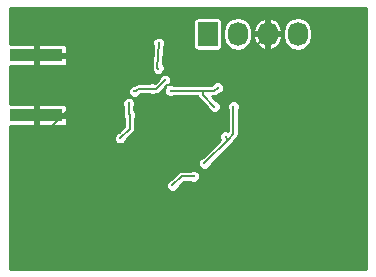
<source format=gbl>
G04 #@! TF.FileFunction,Copper,L2,Bot,Signal*
%FSLAX46Y46*%
G04 Gerber Fmt 4.6, Leading zero omitted, Abs format (unit mm)*
G04 Created by KiCad (PCBNEW 4.0.5-e0-6337~49~ubuntu16.04.1) date Tue May  2 23:34:14 2017*
%MOMM*%
%LPD*%
G01*
G04 APERTURE LIST*
%ADD10C,0.100000*%
%ADD11R,4.500000X1.100000*%
%ADD12R,1.727200X2.032000*%
%ADD13O,1.727200X2.032000*%
%ADD14C,0.330200*%
%ADD15C,0.170688*%
%ADD16C,0.254000*%
G04 APERTURE END LIST*
D10*
D11*
X142650000Y-76460000D03*
X142650000Y-81540000D03*
D12*
X157150000Y-74650000D03*
D13*
X159690000Y-74650000D03*
X162230000Y-74650000D03*
X164770000Y-74650000D03*
D14*
X158650000Y-92430000D03*
X152230000Y-88330000D03*
X147020000Y-83920000D03*
X157020000Y-82810000D03*
X144090000Y-82340000D03*
X146350000Y-76380000D03*
X148380000Y-81310000D03*
X147930000Y-79860000D03*
X155450000Y-76780000D03*
X154730000Y-78180000D03*
X156070000Y-80030000D03*
X153610000Y-82900000D03*
X154910000Y-81560000D03*
X152110000Y-81490000D03*
X152140000Y-84450000D03*
X154960000Y-84440000D03*
X156800000Y-86410000D03*
X164580000Y-76610000D03*
X166410000Y-75070000D03*
X152540000Y-75920000D03*
X153710000Y-77660000D03*
X158670000Y-83350000D03*
X157710000Y-80810000D03*
X159320000Y-80820000D03*
X156860000Y-85590000D03*
X155970000Y-86690000D03*
X154170000Y-87470000D03*
X149730000Y-83490000D03*
X150560000Y-81510000D03*
X150480000Y-80540000D03*
X150950000Y-79500000D03*
X153540000Y-78550000D03*
X152480000Y-79290000D03*
X157990000Y-79220000D03*
X154040000Y-79470000D03*
X152960000Y-77580000D03*
X153020000Y-75430000D03*
D15*
X153710000Y-77660000D02*
X153660000Y-77660000D01*
X150040000Y-79170000D02*
X150040000Y-79860000D01*
X150940000Y-78270000D02*
X150040000Y-79170000D01*
X153050000Y-78270000D02*
X150940000Y-78270000D01*
X153660000Y-77660000D02*
X153050000Y-78270000D01*
X156540000Y-88320000D02*
X156800000Y-88060000D01*
X152220000Y-88320000D02*
X156540000Y-88320000D01*
X152230000Y-88330000D02*
X152220000Y-88320000D01*
X147930000Y-79860000D02*
X146570000Y-79860000D01*
X146570000Y-79860000D02*
X146350000Y-80080000D01*
X152110000Y-81490000D02*
X152110000Y-81370000D01*
X152110000Y-81370000D02*
X150600000Y-79860000D01*
X150600000Y-79860000D02*
X150040000Y-79860000D01*
X150040000Y-79860000D02*
X147930000Y-79860000D01*
X151460000Y-84010000D02*
X152140000Y-83330000D01*
X147110000Y-84010000D02*
X151460000Y-84010000D01*
X147020000Y-83920000D02*
X147110000Y-84010000D01*
X156800000Y-86410000D02*
X156800000Y-88060000D01*
X156800000Y-88060000D02*
X156800000Y-90580000D01*
X156800000Y-90580000D02*
X158650000Y-92430000D01*
X155770000Y-81560000D02*
X154910000Y-81560000D01*
X157020000Y-82810000D02*
X155770000Y-81560000D01*
X144090000Y-82340000D02*
X146350000Y-80080000D01*
X146350000Y-80080000D02*
X146350000Y-76380000D01*
X146410000Y-76440000D02*
X146410000Y-76890000D01*
X146350000Y-76380000D02*
X146410000Y-76440000D01*
X148380000Y-81310000D02*
X147930000Y-80860000D01*
X147930000Y-80860000D02*
X147930000Y-79860000D01*
X160290000Y-76590000D02*
X162230000Y-74650000D01*
X155620000Y-76590000D02*
X160290000Y-76590000D01*
X155430000Y-76780000D02*
X155620000Y-76590000D01*
X155450000Y-76780000D02*
X155430000Y-76780000D01*
X154310000Y-81150000D02*
X154950000Y-81150000D01*
X153540000Y-80380000D02*
X154310000Y-81150000D01*
X153540000Y-79200000D02*
X153540000Y-80380000D01*
X153740000Y-79000000D02*
X153540000Y-79200000D01*
X153910000Y-79000000D02*
X153740000Y-79000000D01*
X154730000Y-78180000D02*
X153910000Y-79000000D01*
X156070000Y-80030000D02*
X154950000Y-81150000D01*
X154950000Y-81150000D02*
X154910000Y-81190000D01*
X154910000Y-81190000D02*
X154910000Y-81560000D01*
X158650000Y-92430000D02*
X158650000Y-92400000D01*
X154910000Y-81560000D02*
X154910000Y-81600000D01*
X154910000Y-81600000D02*
X153610000Y-82900000D01*
X152110000Y-81490000D02*
X154840000Y-81490000D01*
X154840000Y-81490000D02*
X154910000Y-81560000D01*
X152140000Y-84450000D02*
X152140000Y-83330000D01*
X152140000Y-83330000D02*
X152140000Y-81520000D01*
X152140000Y-81520000D02*
X152110000Y-81490000D01*
X154960000Y-84440000D02*
X152150000Y-84440000D01*
X152150000Y-84440000D02*
X152140000Y-84450000D01*
X156790000Y-86270000D02*
X154960000Y-84440000D01*
X156790000Y-86400000D02*
X156790000Y-86270000D01*
X156800000Y-86410000D02*
X156790000Y-86400000D01*
X164890000Y-76610000D02*
X164580000Y-76610000D01*
X166410000Y-75090000D02*
X164890000Y-76610000D01*
X166410000Y-75070000D02*
X166410000Y-75090000D01*
X152530000Y-75900000D02*
X152520000Y-75890000D01*
X152530000Y-75910000D02*
X152530000Y-75900000D01*
X152540000Y-75920000D02*
X152530000Y-75910000D01*
X153710000Y-77660000D02*
X153710000Y-77620000D01*
X158830000Y-83510000D02*
X158940000Y-83510000D01*
X158670000Y-83350000D02*
X158830000Y-83510000D01*
X156730000Y-79830000D02*
X156730000Y-79470000D01*
X157710000Y-80810000D02*
X156730000Y-79830000D01*
X159320000Y-83130000D02*
X159320000Y-80820000D01*
X156860000Y-85590000D02*
X158940000Y-83510000D01*
X158940000Y-83510000D02*
X159320000Y-83130000D01*
X154950000Y-86690000D02*
X155970000Y-86690000D01*
X154170000Y-87470000D02*
X154950000Y-86690000D01*
X150560000Y-82660000D02*
X150560000Y-81510000D01*
X149730000Y-83490000D02*
X150560000Y-82660000D01*
X150480000Y-81430000D02*
X150480000Y-80540000D01*
X150480000Y-81430000D02*
X150560000Y-81510000D01*
X152480000Y-79290000D02*
X151270000Y-79290000D01*
X151060000Y-79500000D02*
X150950000Y-79500000D01*
X151270000Y-79290000D02*
X151060000Y-79500000D01*
X152800000Y-79290000D02*
X152480000Y-79290000D01*
X153540000Y-78550000D02*
X152800000Y-79290000D01*
X152480000Y-79290000D02*
X152480000Y-79280000D01*
X157990000Y-79220000D02*
X157990000Y-79200000D01*
X157990000Y-79200000D02*
X157720000Y-79470000D01*
X157720000Y-79470000D02*
X156730000Y-79470000D01*
X156730000Y-79470000D02*
X154040000Y-79470000D01*
X152960000Y-77580000D02*
X152890000Y-77510000D01*
X152890000Y-77510000D02*
X153020000Y-75430000D01*
D16*
G36*
X170544000Y-94544000D02*
X140456000Y-94544000D01*
X140456000Y-87578149D01*
X153623805Y-87578149D01*
X153706769Y-87778937D01*
X153860255Y-87932691D01*
X154060897Y-88016005D01*
X154278149Y-88016195D01*
X154478937Y-87933231D01*
X154632691Y-87779745D01*
X154712879Y-87586631D01*
X155143166Y-87156344D01*
X155669052Y-87156344D01*
X155860897Y-87236005D01*
X156078149Y-87236195D01*
X156278937Y-87153231D01*
X156432691Y-86999745D01*
X156516005Y-86799103D01*
X156516195Y-86581851D01*
X156433231Y-86381063D01*
X156279745Y-86227309D01*
X156079103Y-86143995D01*
X155861851Y-86143805D01*
X155668597Y-86223656D01*
X154950000Y-86223656D01*
X154771538Y-86259154D01*
X154620245Y-86360245D01*
X154053047Y-86927443D01*
X153861063Y-87006769D01*
X153707309Y-87160255D01*
X153623995Y-87360897D01*
X153623805Y-87578149D01*
X140456000Y-87578149D01*
X140456000Y-85698149D01*
X156313805Y-85698149D01*
X156396769Y-85898937D01*
X156550255Y-86052691D01*
X156750897Y-86136005D01*
X156968149Y-86136195D01*
X157168937Y-86053231D01*
X157322691Y-85899745D01*
X157402879Y-85706631D01*
X159649755Y-83459755D01*
X159750846Y-83308463D01*
X159786344Y-83130000D01*
X159786344Y-81120948D01*
X159866005Y-80929103D01*
X159866195Y-80711851D01*
X159783231Y-80511063D01*
X159629745Y-80357309D01*
X159429103Y-80273995D01*
X159211851Y-80273805D01*
X159011063Y-80356769D01*
X158857309Y-80510255D01*
X158773995Y-80710897D01*
X158773805Y-80928149D01*
X158853656Y-81121403D01*
X158853656Y-82834952D01*
X158779103Y-82803995D01*
X158561851Y-82803805D01*
X158361063Y-82886769D01*
X158207309Y-83040255D01*
X158123995Y-83240897D01*
X158123805Y-83458149D01*
X158184777Y-83605713D01*
X156743047Y-85047443D01*
X156551063Y-85126769D01*
X156397309Y-85280255D01*
X156313995Y-85480897D01*
X156313805Y-85698149D01*
X140456000Y-85698149D01*
X140456000Y-83598149D01*
X149183805Y-83598149D01*
X149266769Y-83798937D01*
X149420255Y-83952691D01*
X149620897Y-84036005D01*
X149838149Y-84036195D01*
X150038937Y-83953231D01*
X150192691Y-83799745D01*
X150272879Y-83606631D01*
X150889755Y-82989755D01*
X150990846Y-82838463D01*
X151026344Y-82660000D01*
X151026344Y-81810948D01*
X151106005Y-81619103D01*
X151106195Y-81401851D01*
X151023231Y-81201063D01*
X150946344Y-81124042D01*
X150946344Y-80840948D01*
X151026005Y-80649103D01*
X151026195Y-80431851D01*
X150943231Y-80231063D01*
X150789745Y-80077309D01*
X150589103Y-79993995D01*
X150371851Y-79993805D01*
X150171063Y-80076769D01*
X150017309Y-80230255D01*
X149933995Y-80430897D01*
X149933805Y-80648149D01*
X150013656Y-80841403D01*
X150013656Y-81430000D01*
X150013968Y-81431569D01*
X150013805Y-81618149D01*
X150093656Y-81811403D01*
X150093656Y-82466834D01*
X149613047Y-82947443D01*
X149421063Y-83026769D01*
X149267309Y-83180255D01*
X149183995Y-83380897D01*
X149183805Y-83598149D01*
X140456000Y-83598149D01*
X140456000Y-82471000D01*
X142427750Y-82471000D01*
X142523000Y-82375750D01*
X142523000Y-81667000D01*
X142777000Y-81667000D01*
X142777000Y-82375750D01*
X142872250Y-82471000D01*
X144975785Y-82471000D01*
X145115819Y-82412996D01*
X145222996Y-82305820D01*
X145281000Y-82165786D01*
X145281000Y-81762250D01*
X145185750Y-81667000D01*
X142777000Y-81667000D01*
X142523000Y-81667000D01*
X142503000Y-81667000D01*
X142503000Y-81413000D01*
X142523000Y-81413000D01*
X142523000Y-80704250D01*
X142777000Y-80704250D01*
X142777000Y-81413000D01*
X145185750Y-81413000D01*
X145281000Y-81317750D01*
X145281000Y-80914214D01*
X145222996Y-80774180D01*
X145115819Y-80667004D01*
X144975785Y-80609000D01*
X142872250Y-80609000D01*
X142777000Y-80704250D01*
X142523000Y-80704250D01*
X142427750Y-80609000D01*
X140456000Y-80609000D01*
X140456000Y-79608149D01*
X150403805Y-79608149D01*
X150486769Y-79808937D01*
X150640255Y-79962691D01*
X150840897Y-80046005D01*
X151058149Y-80046195D01*
X151258937Y-79963231D01*
X151412691Y-79809745D01*
X151414769Y-79804741D01*
X151463166Y-79756344D01*
X152179052Y-79756344D01*
X152370897Y-79836005D01*
X152588149Y-79836195D01*
X152781403Y-79756344D01*
X152800000Y-79756344D01*
X152978462Y-79720846D01*
X153129755Y-79619755D01*
X153568826Y-79180684D01*
X153493995Y-79360897D01*
X153493805Y-79578149D01*
X153576769Y-79778937D01*
X153730255Y-79932691D01*
X153930897Y-80016005D01*
X154148149Y-80016195D01*
X154341403Y-79936344D01*
X156284809Y-79936344D01*
X156299154Y-80008462D01*
X156400245Y-80159755D01*
X157167443Y-80926953D01*
X157246769Y-81118937D01*
X157400255Y-81272691D01*
X157600897Y-81356005D01*
X157818149Y-81356195D01*
X158018937Y-81273231D01*
X158172691Y-81119745D01*
X158256005Y-80919103D01*
X158256195Y-80701851D01*
X158173231Y-80501063D01*
X158019745Y-80347309D01*
X157826631Y-80267121D01*
X157495854Y-79936344D01*
X157720000Y-79936344D01*
X157898462Y-79900846D01*
X158049755Y-79799755D01*
X158083328Y-79766182D01*
X158098149Y-79766195D01*
X158298937Y-79683231D01*
X158452691Y-79529745D01*
X158536005Y-79329103D01*
X158536195Y-79111851D01*
X158453231Y-78911063D01*
X158299745Y-78757309D01*
X158099103Y-78673995D01*
X157881851Y-78673805D01*
X157681063Y-78756769D01*
X157527309Y-78910255D01*
X157488525Y-79003656D01*
X154340948Y-79003656D01*
X154149103Y-78923995D01*
X153938513Y-78923811D01*
X154002691Y-78859745D01*
X154086005Y-78659103D01*
X154086195Y-78441851D01*
X154003231Y-78241063D01*
X153849745Y-78087309D01*
X153649103Y-78003995D01*
X153431851Y-78003805D01*
X153231063Y-78086769D01*
X153077309Y-78240255D01*
X152997121Y-78433369D01*
X152657920Y-78772570D01*
X152589103Y-78743995D01*
X152371851Y-78743805D01*
X152178597Y-78823656D01*
X151270000Y-78823656D01*
X151091538Y-78859154D01*
X150949742Y-78953899D01*
X150841851Y-78953805D01*
X150641063Y-79036769D01*
X150487309Y-79190255D01*
X150403995Y-79390897D01*
X150403805Y-79608149D01*
X140456000Y-79608149D01*
X140456000Y-77688149D01*
X152413805Y-77688149D01*
X152496769Y-77888937D01*
X152650255Y-78042691D01*
X152850897Y-78126005D01*
X153068149Y-78126195D01*
X153268937Y-78043231D01*
X153422691Y-77889745D01*
X153506005Y-77689103D01*
X153506195Y-77471851D01*
X153423231Y-77271063D01*
X153375195Y-77222943D01*
X153466910Y-75755498D01*
X153482691Y-75739745D01*
X153566005Y-75539103D01*
X153566195Y-75321851D01*
X153483231Y-75121063D01*
X153329745Y-74967309D01*
X153129103Y-74883995D01*
X152911851Y-74883805D01*
X152711063Y-74966769D01*
X152557309Y-75120255D01*
X152473995Y-75320897D01*
X152473805Y-75538149D01*
X152536503Y-75689889D01*
X152427173Y-77439160D01*
X152413995Y-77470897D01*
X152413805Y-77688149D01*
X140456000Y-77688149D01*
X140456000Y-77391000D01*
X142427750Y-77391000D01*
X142523000Y-77295750D01*
X142523000Y-76587000D01*
X142777000Y-76587000D01*
X142777000Y-77295750D01*
X142872250Y-77391000D01*
X144975785Y-77391000D01*
X145115819Y-77332996D01*
X145222996Y-77225820D01*
X145281000Y-77085786D01*
X145281000Y-76682250D01*
X145185750Y-76587000D01*
X142777000Y-76587000D01*
X142523000Y-76587000D01*
X142503000Y-76587000D01*
X142503000Y-76333000D01*
X142523000Y-76333000D01*
X142523000Y-75624250D01*
X142777000Y-75624250D01*
X142777000Y-76333000D01*
X145185750Y-76333000D01*
X145281000Y-76237750D01*
X145281000Y-75834214D01*
X145222996Y-75694180D01*
X145115819Y-75587004D01*
X144975785Y-75529000D01*
X142872250Y-75529000D01*
X142777000Y-75624250D01*
X142523000Y-75624250D01*
X142427750Y-75529000D01*
X140456000Y-75529000D01*
X140456000Y-73634000D01*
X155897936Y-73634000D01*
X155897936Y-75666000D01*
X155924503Y-75807190D01*
X156007946Y-75936865D01*
X156135266Y-76023859D01*
X156286400Y-76054464D01*
X158013600Y-76054464D01*
X158154790Y-76027897D01*
X158284465Y-75944454D01*
X158371459Y-75817134D01*
X158402064Y-75666000D01*
X158402064Y-74470231D01*
X158445400Y-74470231D01*
X158445400Y-74829769D01*
X158540140Y-75306057D01*
X158809935Y-75709834D01*
X159213712Y-75979629D01*
X159690000Y-76074369D01*
X160166288Y-75979629D01*
X160570065Y-75709834D01*
X160839860Y-75306057D01*
X160906265Y-74972213D01*
X160995473Y-74972213D01*
X161154430Y-75431720D01*
X161477133Y-75795419D01*
X161910882Y-76005393D01*
X162103000Y-75944712D01*
X162103000Y-74777000D01*
X162357000Y-74777000D01*
X162357000Y-75944712D01*
X162549118Y-76005393D01*
X162982867Y-75795419D01*
X163305570Y-75431720D01*
X163464527Y-74972213D01*
X163380643Y-74777000D01*
X162357000Y-74777000D01*
X162103000Y-74777000D01*
X161079357Y-74777000D01*
X160995473Y-74972213D01*
X160906265Y-74972213D01*
X160934600Y-74829769D01*
X160934600Y-74470231D01*
X160906266Y-74327787D01*
X160995473Y-74327787D01*
X161079357Y-74523000D01*
X162103000Y-74523000D01*
X162103000Y-73355288D01*
X162357000Y-73355288D01*
X162357000Y-74523000D01*
X163380643Y-74523000D01*
X163403318Y-74470231D01*
X163525400Y-74470231D01*
X163525400Y-74829769D01*
X163620140Y-75306057D01*
X163889935Y-75709834D01*
X164293712Y-75979629D01*
X164770000Y-76074369D01*
X165246288Y-75979629D01*
X165650065Y-75709834D01*
X165919860Y-75306057D01*
X166014600Y-74829769D01*
X166014600Y-74470231D01*
X165919860Y-73993943D01*
X165650065Y-73590166D01*
X165246288Y-73320371D01*
X164770000Y-73225631D01*
X164293712Y-73320371D01*
X163889935Y-73590166D01*
X163620140Y-73993943D01*
X163525400Y-74470231D01*
X163403318Y-74470231D01*
X163464527Y-74327787D01*
X163305570Y-73868280D01*
X162982867Y-73504581D01*
X162549118Y-73294607D01*
X162357000Y-73355288D01*
X162103000Y-73355288D01*
X161910882Y-73294607D01*
X161477133Y-73504581D01*
X161154430Y-73868280D01*
X160995473Y-74327787D01*
X160906266Y-74327787D01*
X160839860Y-73993943D01*
X160570065Y-73590166D01*
X160166288Y-73320371D01*
X159690000Y-73225631D01*
X159213712Y-73320371D01*
X158809935Y-73590166D01*
X158540140Y-73993943D01*
X158445400Y-74470231D01*
X158402064Y-74470231D01*
X158402064Y-73634000D01*
X158375497Y-73492810D01*
X158292054Y-73363135D01*
X158164734Y-73276141D01*
X158013600Y-73245536D01*
X156286400Y-73245536D01*
X156145210Y-73272103D01*
X156015535Y-73355546D01*
X155928541Y-73482866D01*
X155897936Y-73634000D01*
X140456000Y-73634000D01*
X140456000Y-72456000D01*
X170544000Y-72456000D01*
X170544000Y-94544000D01*
X170544000Y-94544000D01*
G37*
X170544000Y-94544000D02*
X140456000Y-94544000D01*
X140456000Y-87578149D01*
X153623805Y-87578149D01*
X153706769Y-87778937D01*
X153860255Y-87932691D01*
X154060897Y-88016005D01*
X154278149Y-88016195D01*
X154478937Y-87933231D01*
X154632691Y-87779745D01*
X154712879Y-87586631D01*
X155143166Y-87156344D01*
X155669052Y-87156344D01*
X155860897Y-87236005D01*
X156078149Y-87236195D01*
X156278937Y-87153231D01*
X156432691Y-86999745D01*
X156516005Y-86799103D01*
X156516195Y-86581851D01*
X156433231Y-86381063D01*
X156279745Y-86227309D01*
X156079103Y-86143995D01*
X155861851Y-86143805D01*
X155668597Y-86223656D01*
X154950000Y-86223656D01*
X154771538Y-86259154D01*
X154620245Y-86360245D01*
X154053047Y-86927443D01*
X153861063Y-87006769D01*
X153707309Y-87160255D01*
X153623995Y-87360897D01*
X153623805Y-87578149D01*
X140456000Y-87578149D01*
X140456000Y-85698149D01*
X156313805Y-85698149D01*
X156396769Y-85898937D01*
X156550255Y-86052691D01*
X156750897Y-86136005D01*
X156968149Y-86136195D01*
X157168937Y-86053231D01*
X157322691Y-85899745D01*
X157402879Y-85706631D01*
X159649755Y-83459755D01*
X159750846Y-83308463D01*
X159786344Y-83130000D01*
X159786344Y-81120948D01*
X159866005Y-80929103D01*
X159866195Y-80711851D01*
X159783231Y-80511063D01*
X159629745Y-80357309D01*
X159429103Y-80273995D01*
X159211851Y-80273805D01*
X159011063Y-80356769D01*
X158857309Y-80510255D01*
X158773995Y-80710897D01*
X158773805Y-80928149D01*
X158853656Y-81121403D01*
X158853656Y-82834952D01*
X158779103Y-82803995D01*
X158561851Y-82803805D01*
X158361063Y-82886769D01*
X158207309Y-83040255D01*
X158123995Y-83240897D01*
X158123805Y-83458149D01*
X158184777Y-83605713D01*
X156743047Y-85047443D01*
X156551063Y-85126769D01*
X156397309Y-85280255D01*
X156313995Y-85480897D01*
X156313805Y-85698149D01*
X140456000Y-85698149D01*
X140456000Y-83598149D01*
X149183805Y-83598149D01*
X149266769Y-83798937D01*
X149420255Y-83952691D01*
X149620897Y-84036005D01*
X149838149Y-84036195D01*
X150038937Y-83953231D01*
X150192691Y-83799745D01*
X150272879Y-83606631D01*
X150889755Y-82989755D01*
X150990846Y-82838463D01*
X151026344Y-82660000D01*
X151026344Y-81810948D01*
X151106005Y-81619103D01*
X151106195Y-81401851D01*
X151023231Y-81201063D01*
X150946344Y-81124042D01*
X150946344Y-80840948D01*
X151026005Y-80649103D01*
X151026195Y-80431851D01*
X150943231Y-80231063D01*
X150789745Y-80077309D01*
X150589103Y-79993995D01*
X150371851Y-79993805D01*
X150171063Y-80076769D01*
X150017309Y-80230255D01*
X149933995Y-80430897D01*
X149933805Y-80648149D01*
X150013656Y-80841403D01*
X150013656Y-81430000D01*
X150013968Y-81431569D01*
X150013805Y-81618149D01*
X150093656Y-81811403D01*
X150093656Y-82466834D01*
X149613047Y-82947443D01*
X149421063Y-83026769D01*
X149267309Y-83180255D01*
X149183995Y-83380897D01*
X149183805Y-83598149D01*
X140456000Y-83598149D01*
X140456000Y-82471000D01*
X142427750Y-82471000D01*
X142523000Y-82375750D01*
X142523000Y-81667000D01*
X142777000Y-81667000D01*
X142777000Y-82375750D01*
X142872250Y-82471000D01*
X144975785Y-82471000D01*
X145115819Y-82412996D01*
X145222996Y-82305820D01*
X145281000Y-82165786D01*
X145281000Y-81762250D01*
X145185750Y-81667000D01*
X142777000Y-81667000D01*
X142523000Y-81667000D01*
X142503000Y-81667000D01*
X142503000Y-81413000D01*
X142523000Y-81413000D01*
X142523000Y-80704250D01*
X142777000Y-80704250D01*
X142777000Y-81413000D01*
X145185750Y-81413000D01*
X145281000Y-81317750D01*
X145281000Y-80914214D01*
X145222996Y-80774180D01*
X145115819Y-80667004D01*
X144975785Y-80609000D01*
X142872250Y-80609000D01*
X142777000Y-80704250D01*
X142523000Y-80704250D01*
X142427750Y-80609000D01*
X140456000Y-80609000D01*
X140456000Y-79608149D01*
X150403805Y-79608149D01*
X150486769Y-79808937D01*
X150640255Y-79962691D01*
X150840897Y-80046005D01*
X151058149Y-80046195D01*
X151258937Y-79963231D01*
X151412691Y-79809745D01*
X151414769Y-79804741D01*
X151463166Y-79756344D01*
X152179052Y-79756344D01*
X152370897Y-79836005D01*
X152588149Y-79836195D01*
X152781403Y-79756344D01*
X152800000Y-79756344D01*
X152978462Y-79720846D01*
X153129755Y-79619755D01*
X153568826Y-79180684D01*
X153493995Y-79360897D01*
X153493805Y-79578149D01*
X153576769Y-79778937D01*
X153730255Y-79932691D01*
X153930897Y-80016005D01*
X154148149Y-80016195D01*
X154341403Y-79936344D01*
X156284809Y-79936344D01*
X156299154Y-80008462D01*
X156400245Y-80159755D01*
X157167443Y-80926953D01*
X157246769Y-81118937D01*
X157400255Y-81272691D01*
X157600897Y-81356005D01*
X157818149Y-81356195D01*
X158018937Y-81273231D01*
X158172691Y-81119745D01*
X158256005Y-80919103D01*
X158256195Y-80701851D01*
X158173231Y-80501063D01*
X158019745Y-80347309D01*
X157826631Y-80267121D01*
X157495854Y-79936344D01*
X157720000Y-79936344D01*
X157898462Y-79900846D01*
X158049755Y-79799755D01*
X158083328Y-79766182D01*
X158098149Y-79766195D01*
X158298937Y-79683231D01*
X158452691Y-79529745D01*
X158536005Y-79329103D01*
X158536195Y-79111851D01*
X158453231Y-78911063D01*
X158299745Y-78757309D01*
X158099103Y-78673995D01*
X157881851Y-78673805D01*
X157681063Y-78756769D01*
X157527309Y-78910255D01*
X157488525Y-79003656D01*
X154340948Y-79003656D01*
X154149103Y-78923995D01*
X153938513Y-78923811D01*
X154002691Y-78859745D01*
X154086005Y-78659103D01*
X154086195Y-78441851D01*
X154003231Y-78241063D01*
X153849745Y-78087309D01*
X153649103Y-78003995D01*
X153431851Y-78003805D01*
X153231063Y-78086769D01*
X153077309Y-78240255D01*
X152997121Y-78433369D01*
X152657920Y-78772570D01*
X152589103Y-78743995D01*
X152371851Y-78743805D01*
X152178597Y-78823656D01*
X151270000Y-78823656D01*
X151091538Y-78859154D01*
X150949742Y-78953899D01*
X150841851Y-78953805D01*
X150641063Y-79036769D01*
X150487309Y-79190255D01*
X150403995Y-79390897D01*
X150403805Y-79608149D01*
X140456000Y-79608149D01*
X140456000Y-77688149D01*
X152413805Y-77688149D01*
X152496769Y-77888937D01*
X152650255Y-78042691D01*
X152850897Y-78126005D01*
X153068149Y-78126195D01*
X153268937Y-78043231D01*
X153422691Y-77889745D01*
X153506005Y-77689103D01*
X153506195Y-77471851D01*
X153423231Y-77271063D01*
X153375195Y-77222943D01*
X153466910Y-75755498D01*
X153482691Y-75739745D01*
X153566005Y-75539103D01*
X153566195Y-75321851D01*
X153483231Y-75121063D01*
X153329745Y-74967309D01*
X153129103Y-74883995D01*
X152911851Y-74883805D01*
X152711063Y-74966769D01*
X152557309Y-75120255D01*
X152473995Y-75320897D01*
X152473805Y-75538149D01*
X152536503Y-75689889D01*
X152427173Y-77439160D01*
X152413995Y-77470897D01*
X152413805Y-77688149D01*
X140456000Y-77688149D01*
X140456000Y-77391000D01*
X142427750Y-77391000D01*
X142523000Y-77295750D01*
X142523000Y-76587000D01*
X142777000Y-76587000D01*
X142777000Y-77295750D01*
X142872250Y-77391000D01*
X144975785Y-77391000D01*
X145115819Y-77332996D01*
X145222996Y-77225820D01*
X145281000Y-77085786D01*
X145281000Y-76682250D01*
X145185750Y-76587000D01*
X142777000Y-76587000D01*
X142523000Y-76587000D01*
X142503000Y-76587000D01*
X142503000Y-76333000D01*
X142523000Y-76333000D01*
X142523000Y-75624250D01*
X142777000Y-75624250D01*
X142777000Y-76333000D01*
X145185750Y-76333000D01*
X145281000Y-76237750D01*
X145281000Y-75834214D01*
X145222996Y-75694180D01*
X145115819Y-75587004D01*
X144975785Y-75529000D01*
X142872250Y-75529000D01*
X142777000Y-75624250D01*
X142523000Y-75624250D01*
X142427750Y-75529000D01*
X140456000Y-75529000D01*
X140456000Y-73634000D01*
X155897936Y-73634000D01*
X155897936Y-75666000D01*
X155924503Y-75807190D01*
X156007946Y-75936865D01*
X156135266Y-76023859D01*
X156286400Y-76054464D01*
X158013600Y-76054464D01*
X158154790Y-76027897D01*
X158284465Y-75944454D01*
X158371459Y-75817134D01*
X158402064Y-75666000D01*
X158402064Y-74470231D01*
X158445400Y-74470231D01*
X158445400Y-74829769D01*
X158540140Y-75306057D01*
X158809935Y-75709834D01*
X159213712Y-75979629D01*
X159690000Y-76074369D01*
X160166288Y-75979629D01*
X160570065Y-75709834D01*
X160839860Y-75306057D01*
X160906265Y-74972213D01*
X160995473Y-74972213D01*
X161154430Y-75431720D01*
X161477133Y-75795419D01*
X161910882Y-76005393D01*
X162103000Y-75944712D01*
X162103000Y-74777000D01*
X162357000Y-74777000D01*
X162357000Y-75944712D01*
X162549118Y-76005393D01*
X162982867Y-75795419D01*
X163305570Y-75431720D01*
X163464527Y-74972213D01*
X163380643Y-74777000D01*
X162357000Y-74777000D01*
X162103000Y-74777000D01*
X161079357Y-74777000D01*
X160995473Y-74972213D01*
X160906265Y-74972213D01*
X160934600Y-74829769D01*
X160934600Y-74470231D01*
X160906266Y-74327787D01*
X160995473Y-74327787D01*
X161079357Y-74523000D01*
X162103000Y-74523000D01*
X162103000Y-73355288D01*
X162357000Y-73355288D01*
X162357000Y-74523000D01*
X163380643Y-74523000D01*
X163403318Y-74470231D01*
X163525400Y-74470231D01*
X163525400Y-74829769D01*
X163620140Y-75306057D01*
X163889935Y-75709834D01*
X164293712Y-75979629D01*
X164770000Y-76074369D01*
X165246288Y-75979629D01*
X165650065Y-75709834D01*
X165919860Y-75306057D01*
X166014600Y-74829769D01*
X166014600Y-74470231D01*
X165919860Y-73993943D01*
X165650065Y-73590166D01*
X165246288Y-73320371D01*
X164770000Y-73225631D01*
X164293712Y-73320371D01*
X163889935Y-73590166D01*
X163620140Y-73993943D01*
X163525400Y-74470231D01*
X163403318Y-74470231D01*
X163464527Y-74327787D01*
X163305570Y-73868280D01*
X162982867Y-73504581D01*
X162549118Y-73294607D01*
X162357000Y-73355288D01*
X162103000Y-73355288D01*
X161910882Y-73294607D01*
X161477133Y-73504581D01*
X161154430Y-73868280D01*
X160995473Y-74327787D01*
X160906266Y-74327787D01*
X160839860Y-73993943D01*
X160570065Y-73590166D01*
X160166288Y-73320371D01*
X159690000Y-73225631D01*
X159213712Y-73320371D01*
X158809935Y-73590166D01*
X158540140Y-73993943D01*
X158445400Y-74470231D01*
X158402064Y-74470231D01*
X158402064Y-73634000D01*
X158375497Y-73492810D01*
X158292054Y-73363135D01*
X158164734Y-73276141D01*
X158013600Y-73245536D01*
X156286400Y-73245536D01*
X156145210Y-73272103D01*
X156015535Y-73355546D01*
X155928541Y-73482866D01*
X155897936Y-73634000D01*
X140456000Y-73634000D01*
X140456000Y-72456000D01*
X170544000Y-72456000D01*
X170544000Y-94544000D01*
M02*

</source>
